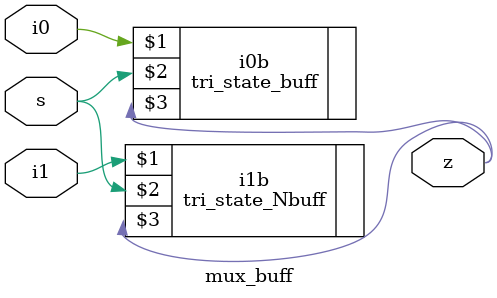
<source format=v>
module mux_buff(input i0, i1 , s, output z);

tri_state_buff i0b(i0,s,z);
tri_state_Nbuff i1b(i1,s,z);
endmodule

</source>
